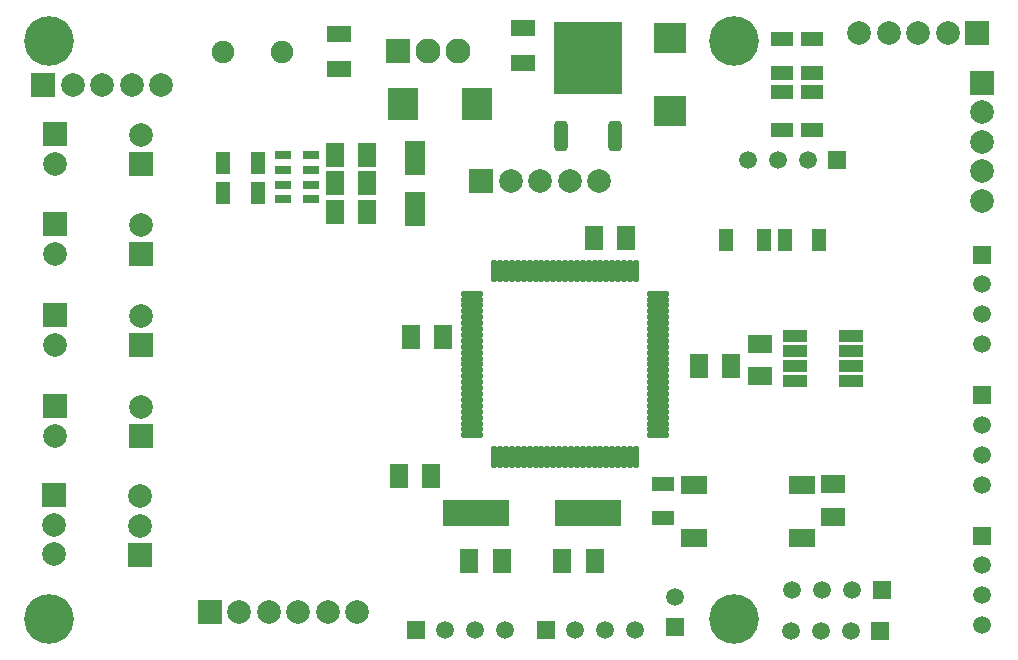
<source format=gts>
G04*
G04 #@! TF.GenerationSoftware,Altium Limited,Altium Designer,20.0.13 (296)*
G04*
G04 Layer_Color=8388736*
%FSLAX44Y44*%
%MOMM*%
G71*
G01*
G75*
%ADD36R,1.5532X2.0032*%
%ADD37O,1.9532X0.5032*%
%ADD38O,0.5032X1.9532*%
%ADD39R,2.5132X2.7232*%
%ADD40R,1.8032X3.0032*%
%ADD41R,1.4032X0.7032*%
%ADD42R,1.3032X1.9532*%
%ADD43R,5.7032X2.2032*%
%ADD44R,1.9532X1.3032*%
%ADD45R,2.3032X1.6032*%
%ADD46R,2.0032X1.5532*%
%ADD47R,1.1684X1.9050*%
%ADD48R,1.9050X1.1684*%
%ADD49R,2.7232X2.5132*%
%ADD50R,5.7732X6.1632*%
G04:AMPARAMS|DCode=51|XSize=1.1832mm|YSize=2.6032mm|CornerRadius=0.3466mm|HoleSize=0mm|Usage=FLASHONLY|Rotation=0.000|XOffset=0mm|YOffset=0mm|HoleType=Round|Shape=RoundedRectangle|*
%AMROUNDEDRECTD51*
21,1,1.1832,1.9100,0,0,0.0*
21,1,0.4900,2.6032,0,0,0.0*
1,1,0.6932,0.2450,-0.9550*
1,1,0.6932,-0.2450,-0.9550*
1,1,0.6932,-0.2450,0.9550*
1,1,0.6932,0.2450,0.9550*
%
%ADD51ROUNDEDRECTD51*%
%ADD52R,2.0232X1.3632*%
%ADD53R,2.0032X1.0032*%
%ADD54C,2.0032*%
%ADD55R,2.0032X2.0032*%
%ADD56R,1.5032X1.5032*%
%ADD57C,1.5032*%
%ADD58R,1.5032X1.5032*%
%ADD59R,2.0032X2.0032*%
%ADD60R,2.1082X2.1082*%
%ADD61C,2.1082*%
%ADD62C,1.9032*%
%ADD63C,4.2032*%
D36*
X513790Y350370D02*
D03*
X486290D02*
D03*
X358750Y267000D02*
D03*
X331250D02*
D03*
X267040Y372920D02*
D03*
X294540D02*
D03*
X294540Y397050D02*
D03*
X267040D02*
D03*
X267040Y421180D02*
D03*
X294540D02*
D03*
X348750Y149000D02*
D03*
X321250D02*
D03*
X459620Y77320D02*
D03*
X487120D02*
D03*
X408380D02*
D03*
X380880D02*
D03*
X602750Y242000D02*
D03*
X575250D02*
D03*
D37*
X383190Y303690D02*
D03*
Y298690D02*
D03*
Y293690D02*
D03*
Y288690D02*
D03*
Y283690D02*
D03*
Y278690D02*
D03*
Y273690D02*
D03*
Y268690D02*
D03*
Y263690D02*
D03*
Y258690D02*
D03*
Y253690D02*
D03*
Y248690D02*
D03*
Y243690D02*
D03*
Y238690D02*
D03*
Y233690D02*
D03*
Y228690D02*
D03*
Y223690D02*
D03*
Y218690D02*
D03*
Y213690D02*
D03*
Y208690D02*
D03*
Y203690D02*
D03*
Y198690D02*
D03*
Y193690D02*
D03*
Y188690D02*
D03*
Y183690D02*
D03*
X540690D02*
D03*
Y188690D02*
D03*
Y193690D02*
D03*
Y198690D02*
D03*
Y203690D02*
D03*
Y208690D02*
D03*
Y213690D02*
D03*
Y218690D02*
D03*
Y223690D02*
D03*
Y228690D02*
D03*
Y233690D02*
D03*
Y238690D02*
D03*
Y243690D02*
D03*
Y248690D02*
D03*
Y253690D02*
D03*
Y258690D02*
D03*
Y263690D02*
D03*
Y268690D02*
D03*
Y273690D02*
D03*
Y278690D02*
D03*
Y283690D02*
D03*
Y288690D02*
D03*
Y293690D02*
D03*
Y298690D02*
D03*
Y303690D02*
D03*
D38*
X401940Y164940D02*
D03*
X406940D02*
D03*
X411940D02*
D03*
X416940D02*
D03*
X421940D02*
D03*
X426940D02*
D03*
X431940D02*
D03*
X436940D02*
D03*
X441940D02*
D03*
X446940D02*
D03*
X451940D02*
D03*
X456940D02*
D03*
X461940D02*
D03*
X466940D02*
D03*
X471940D02*
D03*
X476940D02*
D03*
X481940D02*
D03*
X486940D02*
D03*
X491940D02*
D03*
X496940D02*
D03*
X501940D02*
D03*
X506940D02*
D03*
X511940D02*
D03*
X516940D02*
D03*
X521940D02*
D03*
Y322440D02*
D03*
X516940D02*
D03*
X511940D02*
D03*
X506940D02*
D03*
X501940D02*
D03*
X496940D02*
D03*
X491940D02*
D03*
X486940D02*
D03*
X481940D02*
D03*
X476940D02*
D03*
X471940D02*
D03*
X466940D02*
D03*
X461940D02*
D03*
X456940D02*
D03*
X451940D02*
D03*
X446940D02*
D03*
X441940D02*
D03*
X436940D02*
D03*
X431940D02*
D03*
X426940D02*
D03*
X421940D02*
D03*
X416940D02*
D03*
X411940D02*
D03*
X406940D02*
D03*
X401940D02*
D03*
D39*
X325000Y464000D02*
D03*
X387000D02*
D03*
D40*
X335000Y375500D02*
D03*
Y418500D02*
D03*
D41*
X223070Y420880D02*
D03*
Y408380D02*
D03*
Y395880D02*
D03*
Y383380D02*
D03*
X247070Y420880D02*
D03*
Y408380D02*
D03*
Y395880D02*
D03*
Y383380D02*
D03*
D42*
X172500Y389000D02*
D03*
X202000D02*
D03*
X172250Y414000D02*
D03*
X201750D02*
D03*
X647780Y348950D02*
D03*
X677280D02*
D03*
D43*
X481500Y117960D02*
D03*
X386500D02*
D03*
D44*
X544490Y142870D02*
D03*
Y113370D02*
D03*
X671270Y490120D02*
D03*
Y519620D02*
D03*
X645670Y490120D02*
D03*
Y519620D02*
D03*
D45*
X571380Y141730D02*
D03*
Y96730D02*
D03*
X662380Y141730D02*
D03*
Y96730D02*
D03*
D46*
X689130Y142209D02*
D03*
Y114709D02*
D03*
X627040Y233750D02*
D03*
Y261250D02*
D03*
D47*
X630018Y348950D02*
D03*
X598522D02*
D03*
D48*
X671029Y474118D02*
D03*
Y442622D02*
D03*
X645911Y474118D02*
D03*
Y442622D02*
D03*
D49*
X551000Y520000D02*
D03*
Y458000D02*
D03*
D50*
X481200Y503200D02*
D03*
D51*
X504000Y437000D02*
D03*
X458400D02*
D03*
D52*
X426000Y528750D02*
D03*
Y499250D02*
D03*
X270818Y523750D02*
D03*
Y494250D02*
D03*
D53*
X656250Y255120D02*
D03*
Y242420D02*
D03*
Y267820D02*
D03*
Y229720D02*
D03*
X704050Y255120D02*
D03*
Y242420D02*
D03*
Y267820D02*
D03*
Y229720D02*
D03*
D54*
X261000Y34000D02*
D03*
X236000D02*
D03*
X211000D02*
D03*
X186000D02*
D03*
X286000D02*
D03*
X814810Y382350D02*
D03*
Y407350D02*
D03*
Y432350D02*
D03*
Y457350D02*
D03*
X711000Y524000D02*
D03*
X736000D02*
D03*
X761000D02*
D03*
X786000D02*
D03*
X103000Y438209D02*
D03*
X30140Y413609D02*
D03*
X103000Y362000D02*
D03*
X30140Y337400D02*
D03*
X103000Y285000D02*
D03*
X30140Y260400D02*
D03*
X103000Y208060D02*
D03*
X30140Y183460D02*
D03*
X29000Y108000D02*
D03*
Y83000D02*
D03*
X102000Y107000D02*
D03*
Y132000D02*
D03*
X120000Y480000D02*
D03*
X95000D02*
D03*
X70000D02*
D03*
X45000D02*
D03*
X416000Y399000D02*
D03*
X441000D02*
D03*
X466000D02*
D03*
X491000D02*
D03*
D55*
X161000Y34000D02*
D03*
X811000Y524000D02*
D03*
X20000Y480000D02*
D03*
X391000Y399000D02*
D03*
D56*
X335670Y19000D02*
D03*
X445670D02*
D03*
X730000Y53000D02*
D03*
X729000Y18000D02*
D03*
X692330Y417000D02*
D03*
D57*
X360670Y19000D02*
D03*
X386000D02*
D03*
X411470D02*
D03*
X470670D02*
D03*
X496000D02*
D03*
X521470D02*
D03*
X554650Y46440D02*
D03*
X705000Y53000D02*
D03*
X679670D02*
D03*
X654200D02*
D03*
X704000Y18000D02*
D03*
X678670D02*
D03*
X653200D02*
D03*
X814610Y73510D02*
D03*
Y48180D02*
D03*
Y22710D02*
D03*
Y192567D02*
D03*
Y167237D02*
D03*
Y141767D02*
D03*
Y311623D02*
D03*
Y286293D02*
D03*
Y260823D02*
D03*
X667330Y417000D02*
D03*
X642000D02*
D03*
X616530D02*
D03*
D58*
X554650Y21440D02*
D03*
X814610Y98510D02*
D03*
Y217567D02*
D03*
Y336623D02*
D03*
D59*
X814810Y482350D02*
D03*
X103000Y413209D02*
D03*
X30140Y438609D02*
D03*
X103000Y337000D02*
D03*
X30140Y362400D02*
D03*
X103000Y260000D02*
D03*
X30140Y285400D02*
D03*
X103000Y183060D02*
D03*
X30140Y208460D02*
D03*
X29000Y133000D02*
D03*
X102000Y82000D02*
D03*
D60*
X320600Y509000D02*
D03*
D61*
X346000D02*
D03*
X371400D02*
D03*
D62*
X171910Y507850D02*
D03*
X221910D02*
D03*
D63*
X25060Y517790D02*
D03*
X605060D02*
D03*
X25060Y27790D02*
D03*
X605060D02*
D03*
M02*

</source>
